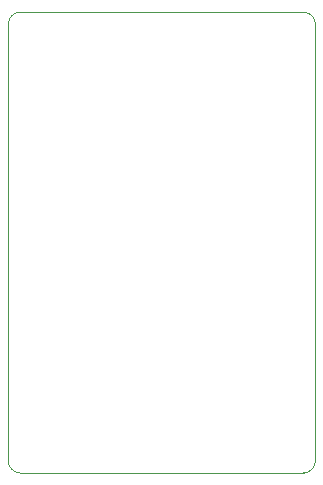
<source format=gm1>
G04 #@! TF.FileFunction,Profile,NP*
%FSLAX46Y46*%
G04 Gerber Fmt 4.6, Leading zero omitted, Abs format (unit mm)*
G04 Created by KiCad (PCBNEW (2015-08-15 BZR 6092)-product) date 3/6/2016 8:03:17 PM*
%MOMM*%
G01*
G04 APERTURE LIST*
%ADD10C,0.100000*%
G04 APERTURE END LIST*
D10*
X171000000Y-83000000D02*
X171000000Y-119500000D01*
X197000000Y-119500000D02*
X197000000Y-83000000D01*
X172000000Y-81500000D02*
X173000000Y-81500000D01*
X171000000Y-83000000D02*
X171000000Y-82500000D01*
X172000000Y-81500000D02*
G75*
G03X171000000Y-82500000I0J-1000000D01*
G01*
X172000000Y-120500000D02*
X196000000Y-120500000D01*
X196000000Y-81500000D02*
X173000000Y-81500000D01*
X197000000Y-83000000D02*
X197000000Y-82500000D01*
X197000000Y-82500000D02*
G75*
G03X196000000Y-81500000I-1000000J0D01*
G01*
X196000000Y-120500000D02*
G75*
G03X197000000Y-119500000I0J1000000D01*
G01*
X171000000Y-119500000D02*
G75*
G03X172000000Y-120500000I1000000J0D01*
G01*
M02*

</source>
